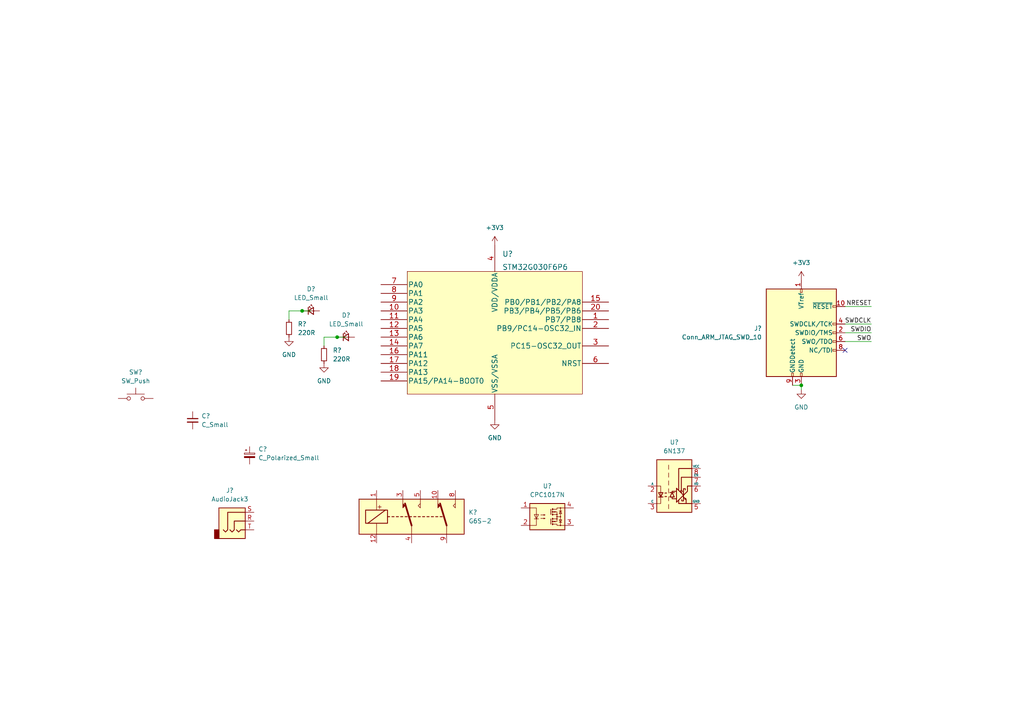
<source format=kicad_sch>
(kicad_sch (version 20211123) (generator eeschema)
  (paper "A4")
  (lib_symbols
    (symbol "Connector:AudioJack3"
      (property "Reference" "J" (at 0 8.89 0))
      (property "Value" "AudioJack3" (at 0 6.35 0))
      (symbol "AudioJack3_0_1"
        (rectangle (start -5.08 -5.08) (end -6.35 -2.54) (stroke (width 0.254)) (fill (type outline)))
        (polyline (pts (xy 0 -2.54) (xy 0.635 -3.175) (xy 1.27 -2.54) (xy 2.54 -2.54)) (stroke (width 0.254)))
        (polyline (pts (xy -1.905 -2.54) (xy -1.27 -3.175) (xy -0.635 -2.54) (xy -0.635 0) (xy 2.54 0)) (stroke (width 0.254)))
        (polyline (pts (xy 2.54 2.54) (xy -2.54 2.54) (xy -2.54 -2.54) (xy -3.175 -3.175) (xy -3.81 -2.54)) (stroke (width 0.254)))
        (rectangle (start 2.54 3.81) (end -5.08 -5.08) (stroke (width 0.254)) (fill (type background)))
      )
      (symbol "AudioJack3_1_1"
        (pin passive line (at 5.08 0 180) (length 2.54) (name "~") (number "R"))
        (pin passive line (at 5.08 2.54 180) (length 2.54) (name "~") (number "S"))
        (pin passive line (at 5.08 -2.54 180) (length 2.54) (name "~") (number "T"))
      )
    )
    (symbol "Connector:Conn_ARM_JTAG_SWD_10" (pin_names (offset 1.016))
      (property "Reference" "J" (at -2.54 16.51 0))
      (property "Value" "Conn_ARM_JTAG_SWD_10" (at -2.54 13.97 0))
      (symbol "Conn_ARM_JTAG_SWD_10_0_1"
        (rectangle (start -10.16 12.7) (end 10.16 -12.7) (stroke (width 0.254)) (fill (type background)))
        (rectangle (start -2.794 -12.7) (end -2.286 -11.684))
        (rectangle (start -0.254 -12.7) (end 0.254 -11.684))
        (rectangle (start -0.254 12.7) (end 0.254 11.684))
        (rectangle (start 9.144 2.286) (end 10.16 2.794))
        (rectangle (start 10.16 -2.794) (end 9.144 -2.286))
        (rectangle (start 10.16 -0.254) (end 9.144 0.254))
        (rectangle (start 10.16 7.874) (end 9.144 7.366))
      )
      (symbol "Conn_ARM_JTAG_SWD_10_1_1"
        (rectangle (start 9.144 -5.334) (end 10.16 -4.826))
        (pin power_in line (at 0 15.24 270) (length 2.54) (name "VTref") (number "1"))
        (pin open_collector line (at 12.7 7.62 180) (length 2.54) (name "~{RESET}") (number "10"))
        (pin bidirectional line (at 12.7 0 180) (length 2.54) (name "SWDIO/TMS") (number "2"))
        (pin power_in line (at 0 -15.24 90) (length 2.54) (name "GND") (number "3"))
        (pin output line (at 12.7 2.54 180) (length 2.54) (name "SWDCLK/TCK") (number "4"))
        (pin passive line (at 0 -15.24 90) (length 2.54) hide (name "GND") (number "5"))
        (pin input line (at 12.7 -2.54 180) (length 2.54) (name "SWO/TDO") (number "6"))
        (pin no_connect line (at -10.16 0 0) (length 2.54) hide (name "KEY") (number "7"))
        (pin output line (at 12.7 -5.08 180) (length 2.54) (name "NC/TDI") (number "8"))
        (pin passive line (at -2.54 -15.24 90) (length 2.54) (name "GNDDetect") (number "9"))
      )
    )
    (symbol "Custom:STM32G030F6P6" (pin_names (offset 0.254))
      (property "Reference" "U" (at 7.62 7.62 0))
      (property "Value" "STM32G030F6P6" (at 16.51 5.08 0))
      (symbol "STM32G030F6P6_1_1"
        (rectangle (start 7.62 3.81) (end 58.42 -31.75) (fill (type background)))
        (pin bidirectional line (at 66.04 -10.16 180) (length 7.62) (name "PB7/PB8") (number "1"))
        (pin bidirectional line (at 0 -7.62 0) (length 7.62) (name "PA3") (number "10"))
        (pin bidirectional line (at 0 -10.16 0) (length 7.62) (name "PA4") (number "11"))
        (pin bidirectional line (at 0 -12.7 0) (length 7.62) (name "PA5") (number "12"))
        (pin bidirectional line (at 0 -15.24 0) (length 7.62) (name "PA6") (number "13"))
        (pin bidirectional line (at 0 -17.78 0) (length 7.62) (name "PA7") (number "14"))
        (pin bidirectional line (at 66.04 -5.08 180) (length 7.62) (name "PB0/PB1/PB2/PA8") (number "15"))
        (pin bidirectional line (at 0 -20.32 0) (length 7.62) (name "PA11") (number "16"))
        (pin bidirectional line (at 0 -22.86 0) (length 7.62) (name "PA12") (number "17"))
        (pin bidirectional line (at 0 -25.4 0) (length 7.62) (name "PA13") (number "18"))
        (pin bidirectional line (at 0 -27.94 0) (length 7.62) (name "PA15/PA14-BOOT0") (number "19"))
        (pin bidirectional line (at 66.04 -12.7 180) (length 7.62) (name "PB9/PC14-OSC32_IN") (number "2"))
        (pin bidirectional line (at 66.04 -7.62 180) (length 7.62) (name "PB3/PB4/PB5/PB6") (number "20"))
        (pin bidirectional line (at 66.04 -17.78 180) (length 7.62) (name "PC15-OSC32_OUT") (number "3"))
        (pin power_in line (at 33.02 11.43 270) (length 7.62) (name "VDD/VDDA") (number "4"))
        (pin power_in line (at 33.02 -39.37 90) (length 7.62) (name "VSS/VSSA") (number "5"))
        (pin bidirectional line (at 66.04 -22.86 180) (length 7.62) (name "NRST") (number "6"))
        (pin bidirectional line (at 0 0 0) (length 7.62) (name "PA0") (number "7"))
        (pin bidirectional line (at 0 -2.54 0) (length 7.62) (name "PA1") (number "8"))
        (pin bidirectional line (at 0 -5.08 0) (length 7.62) (name "PA2") (number "9"))
      )
    )
    (symbol "Device:C_Polarized_Small" (pin_numbers hide) (pin_names (offset 0.254) hide)
      (property "Reference" "C" (at 0.254 1.778 0))
      (property "Value" "C_Polarized_Small" (at 0.254 -2.032 0))
      (symbol "C_Polarized_Small_0_1"
        (rectangle (start -1.524 -0.3048) (end 1.524 -0.6858) (fill (type outline)))
        (rectangle (start -1.524 0.6858) (end 1.524 0.3048))
        (polyline (pts (xy -1.27 1.524) (xy -0.762 1.524)))
        (polyline (pts (xy -1.016 1.27) (xy -1.016 1.778)))
      )
      (symbol "C_Polarized_Small_1_1"
        (pin passive line (at 0 2.54 270) (length 1.8542) (name "~") (number "1"))
        (pin passive line (at 0 -2.54 90) (length 1.8542) (name "~") (number "2"))
      )
    )
    (symbol "Device:C_Small" (pin_numbers hide) (pin_names (offset 0.254) hide)
      (property "Reference" "C" (at 0.254 1.778 0))
      (property "Value" "C_Small" (at 0.254 -2.032 0))
      (symbol "C_Small_0_1"
        (polyline (pts (xy -1.524 -0.508) (xy 1.524 -0.508)) (stroke (width 0.3302)))
        (polyline (pts (xy -1.524 0.508) (xy 1.524 0.508)) (stroke (width 0.3048)))
      )
      (symbol "C_Small_1_1"
        (pin passive line (at 0 2.54 270) (length 2.032) (name "~") (number "1"))
        (pin passive line (at 0 -2.54 90) (length 2.032) (name "~") (number "2"))
      )
    )
    (symbol "Device:LED_Small" (pin_numbers hide) (pin_names (offset 0.254) hide)
      (property "Reference" "D" (at -1.27 3.175 0))
      (property "Value" "LED_Small" (at -4.445 -2.54 0))
      (symbol "LED_Small_0_1"
        (polyline (pts (xy -0.762 -1.016) (xy -0.762 1.016)) (stroke (width 0.254)))
        (polyline (pts (xy 1.016 0) (xy -0.762 0)))
        (polyline (pts (xy 0.762 -1.016) (xy -0.762 0) (xy 0.762 1.016) (xy 0.762 -1.016)) (stroke (width 0.254)))
        (polyline (pts (xy 0 0.762) (xy -0.508 1.27) (xy -0.254 1.27) (xy -0.508 1.27) (xy -0.508 1.016)))
        (polyline (pts (xy 0.508 1.27) (xy 0 1.778) (xy 0.254 1.778) (xy 0 1.778) (xy 0 1.524)))
      )
      (symbol "LED_Small_1_1"
        (pin passive line (at -2.54 0 0) (length 1.778) (name "K") (number "1"))
        (pin passive line (at 2.54 0 180) (length 1.778) (name "A") (number "2"))
      )
    )
    (symbol "Device:R_Small" (pin_numbers hide) (pin_names (offset 0.254) hide)
      (property "Reference" "R" (at 0.762 0.508 0))
      (property "Value" "R_Small" (at 0.762 -1.016 0))
      (symbol "R_Small_0_1"
        (rectangle (start -0.762 1.778) (end 0.762 -1.778) (stroke (width 0.2032)))
      )
      (symbol "R_Small_1_1"
        (pin passive line (at 0 2.54 270) (length 0.762) (name "~") (number "1"))
        (pin passive line (at 0 -2.54 90) (length 0.762) (name "~") (number "2"))
      )
    )
    (symbol "Isolator:6N137" (pin_names (offset 0))
      (property "Reference" "U" (at -4.064 8.89 0))
      (property "Value" "6N137" (at 0 -8.89 0))
      (symbol "6N137_0_1"
        (polyline (pts (xy 2.667 -3.556) (xy 2.667 -1.651)) (stroke (width 0.254)))
        (polyline (pts (xy 2.667 -2.159) (xy 2.667 -2.921)) (stroke (width 0.254)))
        (polyline (pts (xy 3.429 -3.937) (xy 3.429 -5.08)) (stroke (width 0.254)))
        (polyline (pts (xy -0.635 -3.302) (xy -0.635 -3.683) (xy 0.635 -3.683)) (stroke (width 0.254)))
        (polyline (pts (xy -0.635 -1.905) (xy -0.635 -1.524) (xy 0.508 -1.524)) (stroke (width 0.254)))
        (polyline (pts (xy 1.27 -4.064) (xy 1.27 -5.08) (xy 5.08 -5.08)) (stroke (width 0.254)))
        (polyline (pts (xy 1.27 -1.27) (xy 1.27 5.08) (xy 5.08 5.08)) (stroke (width 0.254)))
        (polyline (pts (xy 2.032 -1.27) (xy 2.032 2.54) (xy 5.08 2.54)) (stroke (width 0.254)))
        (polyline (pts (xy -5.08 -5.08) (xy -3.937 -5.08) (xy -3.937 0) (xy -5.08 0)))
        (polyline (pts (xy 2.667 -3.302) (xy 2.667 -4.318) (xy 2.159 -4.318) (xy 2.159 -3.937)) (stroke (width 0.254)))
        (polyline (pts (xy 2.667 -2.667) (xy 0.635 -4.699) (xy 0.635 -0.635) (xy 2.667 -2.667)) (stroke (width 0.254)))
        (polyline (pts (xy 2.667 -1.778) (xy 2.667 -0.762) (xy 3.175 -0.762) (xy 3.175 -1.143)) (stroke (width 0.254)))
        (polyline (pts (xy 2.794 -2.54) (xy 3.81 -1.524) (xy 3.81 0) (xy 5.08 0)) (stroke (width 0.254)))
        (polyline (pts (xy 2.667 -3.175) (xy 3.429 -3.937) (xy 3.302 -3.556) (xy 3.048 -3.81) (xy 3.429 -3.937)) (stroke (width 0.254)))
        (circle (center 2.032 -1.524) (radius 0.254) (stroke (width 0.254)))
      )
      (symbol "6N137_1_1"
        (rectangle (start -5.08 7.62) (end 5.08 -7.62) (stroke (width 0.254)) (fill (type background)))
        (polyline (pts (xy -4.572 -3.175) (xy -3.302 -3.175)) (stroke (width 0.254)))
        (polyline (pts (xy -1.651 -5.334) (xy -1.651 -6.604)))
        (polyline (pts (xy -1.651 -3.048) (xy -1.651 -4.318)))
        (polyline (pts (xy -1.651 -0.762) (xy -1.651 -2.032)))
        (polyline (pts (xy -1.651 1.524) (xy -1.651 0.254)))
        (polyline (pts (xy -1.651 3.81) (xy -1.651 2.54)))
        (polyline (pts (xy -1.651 6.096) (xy -1.651 4.826)))
        (polyline (pts (xy -1.27 -1.905) (xy 0 -1.905)) (stroke (width 0.254)))
        (polyline (pts (xy -3.937 -3.175) (xy -4.572 -1.905) (xy -3.302 -1.905) (xy -3.937 -3.175)) (stroke (width 0.254)))
        (polyline (pts (xy -0.635 -1.905) (xy -1.27 -3.175) (xy 0 -3.175) (xy -0.635 -1.905)) (stroke (width 0.254)))
        (polyline (pts (xy -2.921 -3.048) (xy -2.159 -3.048) (xy -2.54 -3.175) (xy -2.54 -2.921) (xy -2.159 -3.048)) (stroke (width 0.127)))
        (polyline (pts (xy -2.921 -2.032) (xy -2.159 -2.032) (xy -2.54 -2.159) (xy -2.54 -1.905) (xy -2.159 -2.032)) (stroke (width 0.127)))
        (pin no_connect line (at -5.08 5.08 0) (length 2.54) hide (name "NC") (number "1"))
        (pin passive line (at -7.62 0 0) (length 2.54) (name "A") (number "2"))
        (pin passive line (at -7.62 -5.08 0) (length 2.54) (name "C") (number "3"))
        (pin power_in line (at 7.62 -5.08 180) (length 2.54) (name "GND") (number "5"))
        (pin open_collector line (at 7.62 0 180) (length 2.54) (name "VO") (number "6"))
        (pin input line (at 7.62 2.54 180) (length 2.54) (name "EN") (number "7"))
        (pin power_in line (at 7.62 5.08 180) (length 2.54) (name "VCC") (number "8"))
      )
    )
    (symbol "Relay:G6S-2"
      (property "Reference" "K" (at 16.51 3.81 0))
      (property "Value" "G6S-2" (at 16.51 1.27 0))
      (symbol "G6S-2_0_0"
        (text "+" (at -9.271 2.921 0) (effects (font (size 1.27 1.27))))
      )
      (symbol "G6S-2_0_1"
        (rectangle (start -15.24 5.08) (end 15.24 -5.08) (stroke (width 0.254)) (fill (type background)))
        (rectangle (start -13.335 1.905) (end -6.985 -1.905) (stroke (width 0.254)))
        (polyline (pts (xy -12.7 -1.905) (xy -7.62 1.905)) (stroke (width 0.254)))
        (polyline (pts (xy -10.16 -5.08) (xy -10.16 -1.905)))
        (polyline (pts (xy -10.16 5.08) (xy -10.16 1.905)))
        (polyline (pts (xy -6.985 0) (xy -6.35 0)) (stroke (width 0.254)))
        (polyline (pts (xy -5.715 0) (xy -5.08 0)) (stroke (width 0.254)))
        (polyline (pts (xy -4.445 0) (xy -3.81 0)) (stroke (width 0.254)))
        (polyline (pts (xy -3.175 0) (xy -2.54 0)) (stroke (width 0.254)))
        (polyline (pts (xy -1.905 0) (xy -1.27 0)) (stroke (width 0.254)))
        (polyline (pts (xy -0.635 0) (xy 0 0)) (stroke (width 0.254)))
        (polyline (pts (xy 0 -2.54) (xy -1.905 3.81)) (stroke (width 0.508)))
        (polyline (pts (xy 0 -2.54) (xy 0 -5.08)))
        (polyline (pts (xy 0.635 0) (xy 1.27 0)) (stroke (width 0.254)))
        (polyline (pts (xy 1.905 0) (xy 2.54 0)) (stroke (width 0.254)))
        (polyline (pts (xy 3.175 0) (xy 3.81 0)) (stroke (width 0.254)))
        (polyline (pts (xy 4.445 0) (xy 5.08 0)) (stroke (width 0.254)))
        (polyline (pts (xy 5.715 0) (xy 6.35 0)) (stroke (width 0.254)))
        (polyline (pts (xy 6.985 0) (xy 7.62 0)) (stroke (width 0.254)))
        (polyline (pts (xy 8.255 0) (xy 8.89 0)) (stroke (width 0.254)))
        (polyline (pts (xy 10.16 -2.54) (xy 8.255 3.81)) (stroke (width 0.508)))
        (polyline (pts (xy 10.16 -2.54) (xy 10.16 -5.08)))
        (polyline (pts (xy -2.54 5.08) (xy -2.54 2.54) (xy -1.905 3.175) (xy -2.54 3.81)) (fill (type outline)))
        (polyline (pts (xy 2.54 5.08) (xy 2.54 2.54) (xy 1.905 3.175) (xy 2.54 3.81)))
        (polyline (pts (xy 7.62 5.08) (xy 7.62 2.54) (xy 8.255 3.175) (xy 7.62 3.81)) (fill (type outline)))
        (polyline (pts (xy 12.7 5.08) (xy 12.7 2.54) (xy 12.065 3.175) (xy 12.7 3.81)))
      )
      (symbol "G6S-2_1_1"
        (pin passive line (at -10.16 7.62 270) (length 2.54) (name "~") (number "1"))
        (pin passive line (at 7.62 7.62 270) (length 2.54) (name "~") (number "10"))
        (pin passive line (at -10.16 -7.62 90) (length 2.54) (name "~") (number "12"))
        (pin passive line (at -2.54 7.62 270) (length 2.54) (name "~") (number "3"))
        (pin passive line (at 0 -7.62 90) (length 2.54) (name "~") (number "4"))
        (pin passive line (at 2.54 7.62 270) (length 2.54) (name "~") (number "5"))
        (pin passive line (at 12.7 7.62 270) (length 2.54) (name "~") (number "8"))
        (pin passive line (at 10.16 -7.62 90) (length 2.54) (name "~") (number "9"))
      )
    )
    (symbol "Relay_SolidState:CPC1017N"
      (property "Reference" "U" (at -5.08 5.08 0))
      (property "Value" "CPC1017N" (at 0 5.08 0))
      (symbol "CPC1017N_0_1"
        (rectangle (start -5.08 3.81) (end 5.08 -3.81) (stroke (width 0.254)) (fill (type background)))
        (polyline (pts (xy -3.81 -0.635) (xy -2.54 -0.635)))
        (polyline (pts (xy 1.016 -0.635) (xy 1.016 -2.159)) (stroke (width 0.2032)))
        (polyline (pts (xy 1.016 2.159) (xy 1.016 0.635)) (stroke (width 0.2032)))
        (polyline (pts (xy 1.524 -0.508) (xy 1.524 -0.762)) (stroke (width 0.3556)))
        (polyline (pts (xy 2.794 0) (xy 3.81 0)))
        (polyline (pts (xy 3.429 -1.651) (xy 4.191 -1.651)))
        (polyline (pts (xy 3.429 1.651) (xy 4.191 1.651)))
        (polyline (pts (xy 3.81 -2.54) (xy 3.81 2.54)))
        (polyline (pts (xy 1.524 -2.032) (xy 1.524 -2.286) (xy 1.524 -2.286)) (stroke (width 0.3556)))
        (polyline (pts (xy 1.524 -1.27) (xy 1.524 -1.524) (xy 1.524 -1.524)) (stroke (width 0.3556)))
        (polyline (pts (xy 1.524 0.762) (xy 1.524 0.508) (xy 1.524 0.508)) (stroke (width 0.3556)))
        (polyline (pts (xy 1.524 1.524) (xy 1.524 1.27) (xy 1.524 1.27)) (stroke (width 0.3556)))
        (polyline (pts (xy 1.524 2.286) (xy 1.524 2.032) (xy 1.524 2.032)) (stroke (width 0.3556)))
        (polyline (pts (xy 1.651 -1.397) (xy 2.794 -1.397) (xy 2.794 -0.635)))
        (polyline (pts (xy 1.651 1.397) (xy 2.794 1.397) (xy 2.794 0.635)))
        (polyline (pts (xy -5.08 2.54) (xy -3.175 2.54) (xy -3.175 -2.54) (xy -5.08 -2.54)))
        (polyline (pts (xy -3.175 -0.635) (xy -3.81 0.635) (xy -2.54 0.635) (xy -3.175 -0.635)))
        (polyline (pts (xy 1.651 -2.159) (xy 2.794 -2.159) (xy 2.794 -2.54) (xy 5.08 -2.54)))
        (polyline (pts (xy 1.651 -0.635) (xy 2.794 -0.635) (xy 2.794 0.635) (xy 1.651 0.635)))
        (polyline (pts (xy 1.651 2.159) (xy 2.794 2.159) (xy 2.794 2.54) (xy 5.08 2.54)))
        (polyline (pts (xy 1.778 -1.397) (xy 2.286 -1.27) (xy 2.286 -1.524) (xy 1.778 -1.397)))
        (polyline (pts (xy 1.778 1.397) (xy 2.286 1.524) (xy 2.286 1.27) (xy 1.778 1.397)))
        (polyline (pts (xy 3.81 -1.651) (xy 3.429 -0.889) (xy 4.191 -0.889) (xy 3.81 -1.651)))
        (polyline (pts (xy 3.81 1.651) (xy 3.429 0.889) (xy 4.191 0.889) (xy 3.81 1.651)))
        (polyline (pts (xy -1.905 -0.508) (xy -0.635 -0.508) (xy -1.016 -0.635) (xy -1.016 -0.381) (xy -0.635 -0.508)))
        (polyline (pts (xy -1.905 0.508) (xy -0.635 0.508) (xy -1.016 0.381) (xy -1.016 0.635) (xy -0.635 0.508)))
        (circle (center 2.794 -0.635) (radius 0.127))
        (circle (center 2.794 0) (radius 0.127))
        (circle (center 2.794 0.635) (radius 0.127))
        (circle (center 3.81 -2.54) (radius 0.127))
        (circle (center 3.81 0) (radius 0.127))
        (circle (center 3.81 2.54) (radius 0.127))
      )
      (symbol "CPC1017N_1_1"
        (pin passive line (at -7.62 2.54 0) (length 2.54) (name "~") (number "1"))
        (pin passive line (at -7.62 -2.54 0) (length 2.54) (name "~") (number "2"))
        (pin passive line (at 7.62 -2.54 180) (length 2.54) (name "~") (number "3"))
        (pin passive line (at 7.62 2.54 180) (length 2.54) (name "~") (number "4"))
      )
    )
    (symbol "Switch:SW_Push" (pin_numbers hide) (pin_names (offset 1.016) hide)
      (property "Reference" "SW" (at 1.27 2.54 0))
      (property "Value" "SW_Push" (at 0 -1.524 0))
      (symbol "SW_Push_0_1"
        (circle (center -2.032 0) (radius 0.508))
        (polyline (pts (xy 0 1.27) (xy 0 3.048)))
        (polyline (pts (xy 2.54 1.27) (xy -2.54 1.27)))
        (circle (center 2.032 0) (radius 0.508))
        (pin passive line (at -5.08 0 0) (length 2.54) (name "1") (number "1"))
        (pin passive line (at 5.08 0 180) (length 2.54) (name "2") (number "2"))
      )
    )
    (symbol "power:+3V3" (power) (pin_names (offset 0))
      (property "Value" "+3V3" (at 0 3.556 0))
      (symbol "+3V3_0_1"
        (polyline (pts (xy -0.762 1.27) (xy 0 2.54)))
        (polyline (pts (xy 0 0) (xy 0 2.54)))
        (polyline (pts (xy 0 2.54) (xy 0.762 1.27)))
      )
      (symbol "+3V3_1_1"
        (pin power_in line (at 0 0 90) (length 0) hide (name "+3V3") (number "1"))
      )
    )
    (symbol "power:GND" (power) (pin_names (offset 0))
      (property "Value" "GND" (at 0 -3.81 0))
      (symbol "GND_0_1"
        (polyline (pts (xy 0 0) (xy 0 -1.27) (xy 1.27 -1.27) (xy 0 -2.54) (xy -1.27 -1.27) (xy 0 -1.27)))
      )
      (symbol "GND_1_1"
        (pin power_in line (at 0 0 270) (length 0) hide (name "GND") (number "1"))
      )
    )
  )
  (junction (at 87.63 90.17))
  (junction (at 232.41 111.76))
  (junction (at 97.79 97.79))
  (no_connect (at 245.11 101.6))
  (wire (pts (xy 83.82 92.71) (xy 83.82 90.17)))
  (wire (pts (xy 93.98 97.79) (xy 97.79 97.79)))
  (wire (pts (xy 245.11 93.98) (xy 252.73 93.98)))
  (wire (pts (xy 229.87 111.76) (xy 232.41 111.76)))
  (wire (pts (xy 87.63 90.17) (xy 90.17 90.17)))
  (wire (pts (xy 93.98 100.33) (xy 93.98 97.79)))
  (wire (pts (xy 232.41 111.76) (xy 232.41 113.03)))
  (wire (pts (xy 97.79 97.79) (xy 100.33 97.79)))
  (wire (pts (xy 245.11 88.9) (xy 252.73 88.9)))
  (wire (pts (xy 252.73 99.06) (xy 245.11 99.06)))
  (wire (pts (xy 245.11 96.52) (xy 252.73 96.52)))
  (wire (pts (xy 83.82 90.17) (xy 87.63 90.17)))
  (label "NRESET" (at 252.73 88.9 180))
  (label "SWO" (at 252.73 99.06 180))
  (label "SWDCLK" (at 252.73 93.98 180))
  (label "SWDIO" (at 252.73 96.52 180))
  (symbol (lib_id "Device:C_Polarized_Small") (at 72.39 132.08 0) (unit 1)
    (property "Reference" "C?" (at 74.93 130.2638 0) (effects (justify left)))
    (property "Value" "C_Polarized_Small" (at 74.93 132.8038 0) (effects (justify left)))
  )
  (symbol (lib_id "Custom:STM32G030F6P6") (at 110.49 82.55 0) (unit 1)
    (property "Reference" "U?" (at 145.6551 73.66 0) (effects (font (size 1.524 1.524)) (justify left)))
    (property "Value" "STM32G030F6P6" (at 145.6551 77.47 0) (effects (font (size 1.524 1.524)) (justify left)))
    (property "Footprint" "TSSOP20" (effects hide))
  )
  (symbol (lib_id "Relay_SolidState:CPC1017N") (at 158.75 149.86 0) (unit 1)
    (property "Reference" "U?" (at 158.75 140.97 0))
    (property "Value" "CPC1017N" (at 158.75 143.51 0))
    (property "Footprint" "Package_SO:SOP-4_3.8x4.1mm_P2.54mm" (effects hide))
    (property "Datasheet" "http://www.ixysic.com/home/pdfs.nsf/www/CPC1017N.pdf/$file/CPC1017N.pdf" (effects hide))
  )
  (symbol (lib_id "Switch:SW_Push") (at 39.37 115.57 0) (unit 1)
    (property "Reference" "SW?" (at 39.37 107.95 0))
    (property "Value" "SW_Push" (at 39.37 110.49 0))
  )
  (symbol (lib_id "Device:LED_Small") (at 100.33 97.79 0) (unit 1)
    (property "Reference" "D?" (at 100.3935 91.44 0))
    (property "Value" "LED_Small" (at 100.3935 93.98 0))
  )
  (symbol (lib_id "Device:R_Small") (at 83.82 95.25 0) (unit 1)
    (property "Reference" "R?" (at 86.36 93.9799 0) (effects (justify left)))
    (property "Value" "220R" (at 86.36 96.5199 0) (effects (justify left)))
  )
  (symbol (lib_id "power:GND") (at 143.51 121.92 0) (unit 1)
    (property "Reference" "#PWR?" (effects hide))
    (property "Value" "GND" (at 143.51 127 0))
  )
  (symbol (lib_id "Isolator:6N137") (at 195.58 140.97 0) (unit 1)
    (property "Reference" "U?" (at 195.58 128.27 0))
    (property "Value" "6N137" (at 195.58 130.81 0))
    (property "Footprint" "Package_DIP:DIP-8_W7.62mm" (effects hide))
    (property "Datasheet" "https://docs.broadcom.com/docs/AV02-0940EN" (effects hide))
  )
  (symbol (lib_id "power:GND") (at 232.41 113.03 0) (unit 1)
    (property "Reference" "#PWR?" (effects hide))
    (property "Value" "GND" (at 232.41 118.11 0))
  )
  (symbol (lib_id "Connector:Conn_ARM_JTAG_SWD_10") (at 232.41 96.52 0) (unit 1)
    (property "Reference" "J?" (at 220.98 95.2499 0) (effects (justify right)))
    (property "Value" "Conn_ARM_JTAG_SWD_10" (at 220.98 97.7899 0) (effects (justify right)))
    (property "Datasheet" "http://infocenter.arm.com/help/topic/com.arm.doc.ddi0314h/DDI0314H_coresight_components_trm.pdf" (effects hide))
  )
  (symbol (lib_id "Device:R_Small") (at 93.98 102.87 0) (unit 1)
    (property "Reference" "R?" (at 96.52 101.5999 0) (effects (justify left)))
    (property "Value" "220R" (at 96.52 104.1399 0) (effects (justify left)))
  )
  (symbol (lib_id "Device:LED_Small") (at 90.17 90.17 0) (unit 1)
    (property "Reference" "D?" (at 90.2335 83.82 0))
    (property "Value" "LED_Small" (at 90.2335 86.36 0))
  )
  (symbol (lib_id "power:GND") (at 93.98 105.41 0) (unit 1)
    (property "Reference" "#PWR?" (effects hide))
    (property "Value" "GND" (at 93.98 110.49 0))
  )
  (symbol (lib_id "power:GND") (at 83.82 97.79 0) (unit 1)
    (property "Reference" "#PWR?" (effects hide))
    (property "Value" "GND" (at 83.82 102.87 0))
  )
  (symbol (lib_id "Device:C_Small") (at 55.88 121.92 0) (unit 1)
    (property "Reference" "C?" (at 58.42 120.6562 0) (effects (justify left)))
    (property "Value" "C_Small" (at 58.42 123.1962 0) (effects (justify left)))
  )
  (symbol (lib_id "Connector:AudioJack3") (at 68.58 151.13 0) (unit 1)
    (property "Reference" "J?" (at 66.675 142.24 0))
    (property "Value" "AudioJack3" (at 66.675 144.78 0))
  )
  (symbol (lib_id "Relay:G6S-2") (at 119.38 149.86 0) (unit 1)
    (property "Reference" "K?" (at 135.89 148.5899 0) (effects (justify left)))
    (property "Value" "G6S-2" (at 135.89 151.1299 0) (effects (justify left)))
    (property "Datasheet" "http://omronfs.omron.com/en_US/ecb/products/pdf/en-g6s.pdf" (effects hide))
  )
  (symbol (lib_id "power:+3V3") (at 232.41 81.28 0) (unit 1)
    (property "Reference" "#PWR?" (effects hide))
    (property "Value" "+3V3" (at 232.41 76.2 0))
  )
  (symbol (lib_id "power:+3V3") (at 143.51 71.12 0) (unit 1)
    (property "Reference" "#PWR?" (effects hide))
    (property "Value" "+3V3" (at 143.51 66.04 0))
  )
)
</source>
